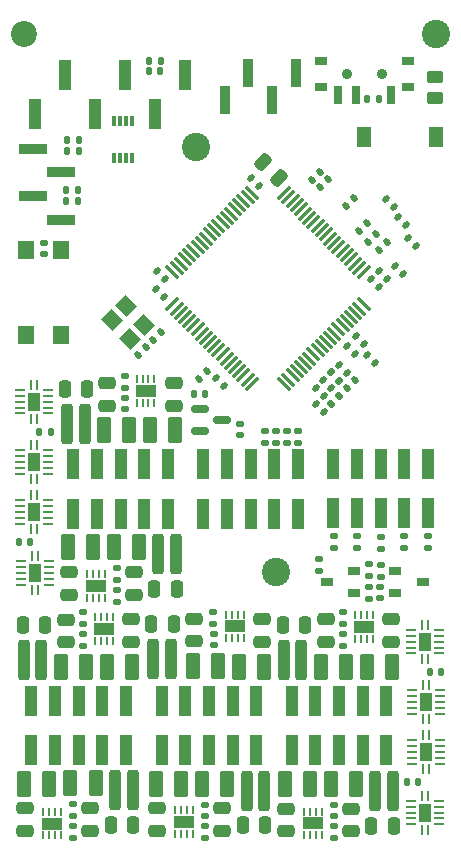
<source format=gbr>
%TF.GenerationSoftware,KiCad,Pcbnew,9.0.0*%
%TF.CreationDate,2025-03-08T21:49:25+01:00*%
%TF.ProjectId,NPulse_v4,4e50756c-7365-45f7-9634-2e6b69636164,rev?*%
%TF.SameCoordinates,Original*%
%TF.FileFunction,Soldermask,Top*%
%TF.FilePolarity,Negative*%
%FSLAX46Y46*%
G04 Gerber Fmt 4.6, Leading zero omitted, Abs format (unit mm)*
G04 Created by KiCad (PCBNEW 9.0.0) date 2025-03-08 21:49:25*
%MOMM*%
%LPD*%
G01*
G04 APERTURE LIST*
G04 Aperture macros list*
%AMRoundRect*
0 Rectangle with rounded corners*
0 $1 Rounding radius*
0 $2 $3 $4 $5 $6 $7 $8 $9 X,Y pos of 4 corners*
0 Add a 4 corners polygon primitive as box body*
4,1,4,$2,$3,$4,$5,$6,$7,$8,$9,$2,$3,0*
0 Add four circle primitives for the rounded corners*
1,1,$1+$1,$2,$3*
1,1,$1+$1,$4,$5*
1,1,$1+$1,$6,$7*
1,1,$1+$1,$8,$9*
0 Add four rect primitives between the rounded corners*
20,1,$1+$1,$2,$3,$4,$5,0*
20,1,$1+$1,$4,$5,$6,$7,0*
20,1,$1+$1,$6,$7,$8,$9,0*
20,1,$1+$1,$8,$9,$2,$3,0*%
%AMRotRect*
0 Rectangle, with rotation*
0 The origin of the aperture is its center*
0 $1 length*
0 $2 width*
0 $3 Rotation angle, in degrees counterclockwise*
0 Add horizontal line*
21,1,$1,$2,0,0,$3*%
G04 Aperture macros list end*
%ADD10RoundRect,0.250000X-0.250000X-1.450000X0.250000X-1.450000X0.250000X1.450000X-0.250000X1.450000X0*%
%ADD11RoundRect,0.135000X0.185000X-0.135000X0.185000X0.135000X-0.185000X0.135000X-0.185000X-0.135000X0*%
%ADD12R,1.000000X2.580000*%
%ADD13RotRect,1.400000X1.200000X135.000000*%
%ADD14RoundRect,0.140000X0.021213X-0.219203X0.219203X-0.021213X-0.021213X0.219203X-0.219203X0.021213X0*%
%ADD15RoundRect,0.140000X-0.219203X-0.021213X-0.021213X-0.219203X0.219203X0.021213X0.021213X0.219203X0*%
%ADD16RoundRect,0.140000X0.219203X0.021213X0.021213X0.219203X-0.219203X-0.021213X-0.021213X-0.219203X0*%
%ADD17R,0.279400X0.711200*%
%ADD18R,1.701800X0.990600*%
%ADD19RoundRect,0.250000X0.475000X-0.250000X0.475000X0.250000X-0.475000X0.250000X-0.475000X-0.250000X0*%
%ADD20RoundRect,0.140000X0.170000X-0.140000X0.170000X0.140000X-0.170000X0.140000X-0.170000X-0.140000X0*%
%ADD21RoundRect,0.135000X-0.185000X0.135000X-0.185000X-0.135000X0.185000X-0.135000X0.185000X0.135000X0*%
%ADD22RoundRect,0.250000X0.375000X0.850000X-0.375000X0.850000X-0.375000X-0.850000X0.375000X-0.850000X0*%
%ADD23R,1.000000X2.510000*%
%ADD24RoundRect,0.135000X-0.135000X-0.185000X0.135000X-0.185000X0.135000X0.185000X-0.135000X0.185000X0*%
%ADD25RoundRect,0.250000X-0.250000X-0.475000X0.250000X-0.475000X0.250000X0.475000X-0.250000X0.475000X0*%
%ADD26RoundRect,0.140000X0.140000X0.170000X-0.140000X0.170000X-0.140000X-0.170000X0.140000X-0.170000X0*%
%ADD27RoundRect,0.140000X-0.140000X-0.170000X0.140000X-0.170000X0.140000X0.170000X-0.140000X0.170000X0*%
%ADD28RoundRect,0.062500X-0.062500X-0.350000X0.062500X-0.350000X0.062500X0.350000X-0.062500X0.350000X0*%
%ADD29RoundRect,0.062500X-0.350000X-0.062500X0.350000X-0.062500X0.350000X0.062500X-0.350000X0.062500X0*%
%ADD30R,1.000000X1.500000*%
%ADD31RoundRect,0.062500X0.062500X0.350000X-0.062500X0.350000X-0.062500X-0.350000X0.062500X-0.350000X0*%
%ADD32RoundRect,0.062500X0.350000X0.062500X-0.350000X0.062500X-0.350000X-0.062500X0.350000X-0.062500X0*%
%ADD33RoundRect,0.250000X0.450000X-0.262500X0.450000X0.262500X-0.450000X0.262500X-0.450000X-0.262500X0*%
%ADD34RoundRect,0.250000X-0.475000X0.250000X-0.475000X-0.250000X0.475000X-0.250000X0.475000X0.250000X0*%
%ADD35R,0.850000X2.350000*%
%ADD36RoundRect,0.062500X-0.433103X-0.521491X0.521491X0.433103X0.433103X0.521491X-0.521491X-0.433103X0*%
%ADD37RoundRect,0.062500X0.433103X-0.521491X0.521491X-0.433103X-0.433103X0.521491X-0.521491X0.433103X0*%
%ADD38RoundRect,0.250000X-0.375000X-0.850000X0.375000X-0.850000X0.375000X0.850000X-0.375000X0.850000X0*%
%ADD39RoundRect,0.250000X0.250000X0.475000X-0.250000X0.475000X-0.250000X-0.475000X0.250000X-0.475000X0*%
%ADD40RoundRect,0.140000X-0.021213X0.219203X-0.219203X0.021213X0.021213X-0.219203X0.219203X-0.021213X0*%
%ADD41RoundRect,0.140000X-0.170000X0.140000X-0.170000X-0.140000X0.170000X-0.140000X0.170000X0.140000X0*%
%ADD42R,1.050000X0.700000*%
%ADD43R,1.300000X1.800000*%
%ADD44RoundRect,0.250000X0.250000X1.450000X-0.250000X1.450000X-0.250000X-1.450000X0.250000X-1.450000X0*%
%ADD45R,1.000000X0.800000*%
%ADD46C,0.900000*%
%ADD47R,0.700000X1.500000*%
%ADD48R,0.300000X0.850000*%
%ADD49RoundRect,0.250000X-0.512652X-0.159099X-0.159099X-0.512652X0.512652X0.159099X0.159099X0.512652X0*%
%ADD50RoundRect,0.150000X-0.587500X-0.150000X0.587500X-0.150000X0.587500X0.150000X-0.587500X0.150000X0*%
%ADD51RoundRect,0.135000X0.135000X0.185000X-0.135000X0.185000X-0.135000X-0.185000X0.135000X-0.185000X0*%
%ADD52R,1.000000X0.700000*%
%ADD53C,2.400000*%
%ADD54R,1.400000X1.600000*%
%ADD55RoundRect,0.147500X-0.017678X0.226274X-0.226274X0.017678X0.017678X-0.226274X0.226274X-0.017678X0*%
%ADD56C,2.200000*%
%ADD57RoundRect,0.135000X0.226274X0.035355X0.035355X0.226274X-0.226274X-0.035355X-0.035355X-0.226274X0*%
%ADD58R,2.350000X0.850000*%
G04 APERTURE END LIST*
D10*
%TO.C,R32*%
X163500901Y-131605403D03*
X165000901Y-131605403D03*
%TD*%
D11*
%TO.C,R19*%
X187990000Y-111149999D03*
X187990000Y-110130001D03*
%TD*%
D12*
%TO.C,J7*%
X175475903Y-124045400D03*
X175475903Y-128215402D03*
X173475903Y-124045401D03*
X173475903Y-128215401D03*
X171475903Y-124045400D03*
X171475903Y-128215402D03*
X169475903Y-124045401D03*
X169475903Y-128215401D03*
X167475903Y-124045400D03*
X167475903Y-128215402D03*
%TD*%
D13*
%TO.C,Y1*%
X166003858Y-92201777D03*
X164448223Y-90646142D03*
X163246142Y-91848223D03*
X164801777Y-93403858D03*
%TD*%
D14*
%TO.C,C15*%
X165471777Y-94808224D03*
X166150599Y-94129402D03*
%TD*%
D15*
%TO.C,C47*%
X183960589Y-93140589D03*
X184639411Y-93819411D03*
%TD*%
D16*
%TO.C,C21*%
X187869411Y-87909411D03*
X187190589Y-87230589D03*
%TD*%
D17*
%TO.C,IC2*%
X181005902Y-133441302D03*
X180505901Y-133441302D03*
X180005901Y-133441302D03*
X179505900Y-133441302D03*
X179505900Y-135447902D03*
X180005901Y-135447902D03*
X180505901Y-135447902D03*
X181005902Y-135447902D03*
D18*
X180255901Y-134444602D03*
%TD*%
D19*
%TO.C,C34*%
X168520001Y-99069999D03*
X168520001Y-97170001D03*
%TD*%
D20*
%TO.C,C49*%
X171145900Y-133805404D03*
X171145900Y-132845404D03*
%TD*%
D11*
%TO.C,R17*%
X184000000Y-111149999D03*
X184000000Y-110130001D03*
%TD*%
D21*
%TO.C,R34*%
X160775899Y-116565401D03*
X160775899Y-117585399D03*
%TD*%
D16*
%TO.C,C2*%
X167790000Y-88340000D03*
X167111178Y-87661178D03*
%TD*%
D10*
%TO.C,R23*%
X185570000Y-131685402D03*
X187070000Y-131685402D03*
%TD*%
D22*
%TO.C,L11*%
X169135902Y-131065403D03*
X166985902Y-131065403D03*
%TD*%
D11*
%TO.C,R18*%
X186010000Y-111169999D03*
X186010000Y-110150001D03*
%TD*%
D15*
%TO.C,C35*%
X183120589Y-93980589D03*
X183799411Y-94659411D03*
%TD*%
D23*
%TO.C,J3*%
X169460000Y-71075000D03*
X166920000Y-74385000D03*
X164380000Y-71075000D03*
X161840000Y-74385000D03*
X159300000Y-71075000D03*
X156760000Y-74385000D03*
%TD*%
D24*
%TO.C,R12*%
X159470001Y-77480000D03*
X160489999Y-77480000D03*
%TD*%
D14*
%TO.C,C7*%
X183090589Y-82199411D03*
X183769411Y-81520589D03*
%TD*%
D25*
%TO.C,C38*%
X177725901Y-117635399D03*
X179625899Y-117635399D03*
%TD*%
D21*
%TO.C,R5*%
X179005000Y-101195000D03*
X179005000Y-102214998D03*
%TD*%
D15*
%TO.C,C36*%
X188300589Y-84850589D03*
X188979411Y-85529411D03*
%TD*%
D12*
%TO.C,J6*%
X164435901Y-124035398D03*
X164435901Y-128205400D03*
X162435901Y-124035399D03*
X162435901Y-128205399D03*
X160435901Y-124035398D03*
X160435901Y-128205400D03*
X158435901Y-124035399D03*
X158435901Y-128205399D03*
X156435901Y-124035398D03*
X156435901Y-128205400D03*
%TD*%
D26*
%TO.C,C44*%
X156320000Y-110630000D03*
X155360000Y-110630000D03*
%TD*%
D11*
%TO.C,R16*%
X182020000Y-111159999D03*
X182020000Y-110140001D03*
%TD*%
D22*
%TO.C,L14*%
X161055901Y-121175401D03*
X158905901Y-121175401D03*
%TD*%
D12*
%TO.C,J5*%
X182000000Y-108190002D03*
X182000000Y-104020000D03*
X184000000Y-108190001D03*
X184000000Y-104020001D03*
X186000000Y-108190002D03*
X186000000Y-104020000D03*
X188000000Y-108190001D03*
X188000000Y-104020001D03*
X190000000Y-108190002D03*
X190000000Y-104020000D03*
%TD*%
D19*
%TO.C,C70*%
X164860000Y-119069999D03*
X164860000Y-117170001D03*
%TD*%
%TO.C,C66*%
X159325898Y-119075401D03*
X159325898Y-117175403D03*
%TD*%
D14*
%TO.C,C9*%
X183130589Y-97579411D03*
X183809411Y-96900589D03*
%TD*%
D27*
%TO.C,C32*%
X157100000Y-101290000D03*
X158060000Y-101290000D03*
%TD*%
D11*
%TO.C,R10*%
X185060000Y-113529999D03*
X185060000Y-112510001D03*
%TD*%
D22*
%TO.C,L13*%
X172255903Y-121135404D03*
X170105903Y-121135404D03*
%TD*%
D28*
%TO.C,U2*%
X189480000Y-132080000D03*
D29*
X188542500Y-132517500D03*
X188542500Y-133017500D03*
X188542500Y-133517500D03*
X188542500Y-134017500D03*
X188542500Y-134517500D03*
D28*
X189480000Y-134955000D03*
X189980000Y-134955000D03*
D29*
X190917500Y-134517500D03*
X190917500Y-134017500D03*
X190917500Y-133517500D03*
X190917500Y-133017500D03*
X190917500Y-132517500D03*
D28*
X189980000Y-132080000D03*
D30*
X189730000Y-133517500D03*
%TD*%
D31*
%TO.C,U9*%
X156930737Y-109491903D03*
D32*
X157868237Y-109054403D03*
X157868237Y-108554403D03*
X157868237Y-108054403D03*
X157868237Y-107554403D03*
X157868237Y-107054403D03*
D31*
X156930737Y-106616903D03*
X156430737Y-106616903D03*
D32*
X155493237Y-107054403D03*
X155493237Y-107554403D03*
X155493237Y-108054403D03*
X155493237Y-108554403D03*
X155493237Y-109054403D03*
D31*
X156430737Y-109491903D03*
D30*
X156680737Y-108054403D03*
%TD*%
D33*
%TO.C,R13*%
X190600000Y-73037500D03*
X190600000Y-71212500D03*
%TD*%
D34*
%TO.C,C42*%
X165120001Y-113159999D03*
X165120001Y-115059997D03*
%TD*%
D21*
%TO.C,R3*%
X177115000Y-101215001D03*
X177115000Y-102234999D03*
%TD*%
D35*
%TO.C,J2*%
X172800000Y-73225000D03*
X174800000Y-70875000D03*
X176800000Y-73225000D03*
X178800000Y-70875000D03*
%TD*%
D36*
%TO.C,U1*%
X168382466Y-90490019D03*
X168736020Y-90843573D03*
X169089573Y-91197126D03*
X169443126Y-91550680D03*
X169796680Y-91904233D03*
X170150233Y-92257786D03*
X170503787Y-92611340D03*
X170857340Y-92964893D03*
X171210893Y-93318447D03*
X171564447Y-93672000D03*
X171918000Y-94025553D03*
X172271553Y-94379107D03*
X172625107Y-94732660D03*
X172978660Y-95086213D03*
X173332214Y-95439767D03*
X173685767Y-95793320D03*
X174039320Y-96146874D03*
X174392874Y-96500427D03*
X174746427Y-96853980D03*
X175099981Y-97207534D03*
D37*
X177840019Y-97207534D03*
X178193573Y-96853980D03*
X178547126Y-96500427D03*
X178900680Y-96146874D03*
X179254233Y-95793320D03*
X179607786Y-95439767D03*
X179961340Y-95086213D03*
X180314893Y-94732660D03*
X180668447Y-94379107D03*
X181022000Y-94025553D03*
X181375553Y-93672000D03*
X181729107Y-93318447D03*
X182082660Y-92964893D03*
X182436213Y-92611340D03*
X182789767Y-92257786D03*
X183143320Y-91904233D03*
X183496874Y-91550680D03*
X183850427Y-91197126D03*
X184203980Y-90843573D03*
X184557534Y-90490019D03*
D36*
X184557534Y-87749981D03*
X184203980Y-87396427D03*
X183850427Y-87042874D03*
X183496874Y-86689320D03*
X183143320Y-86335767D03*
X182789767Y-85982214D03*
X182436213Y-85628660D03*
X182082660Y-85275107D03*
X181729107Y-84921553D03*
X181375553Y-84568000D03*
X181022000Y-84214447D03*
X180668447Y-83860893D03*
X180314893Y-83507340D03*
X179961340Y-83153787D03*
X179607786Y-82800233D03*
X179254233Y-82446680D03*
X178900680Y-82093126D03*
X178547126Y-81739573D03*
X178193573Y-81386020D03*
X177840019Y-81032466D03*
D37*
X175099981Y-81032466D03*
X174746427Y-81386020D03*
X174392874Y-81739573D03*
X174039320Y-82093126D03*
X173685767Y-82446680D03*
X173332214Y-82800233D03*
X172978660Y-83153787D03*
X172625107Y-83507340D03*
X172271553Y-83860893D03*
X171918000Y-84214447D03*
X171564447Y-84568000D03*
X171210893Y-84921553D03*
X170857340Y-85275107D03*
X170503787Y-85628660D03*
X170150233Y-85982214D03*
X169796680Y-86335767D03*
X169443126Y-86689320D03*
X169089573Y-87042874D03*
X168736020Y-87396427D03*
X168382466Y-87749981D03*
%TD*%
D11*
%TO.C,R30*%
X159990901Y-135665401D03*
X159990901Y-134645403D03*
%TD*%
D14*
%TO.C,C59*%
X180865589Y-80589411D03*
X181544411Y-79910589D03*
%TD*%
D15*
%TO.C,C3*%
X175000589Y-79750589D03*
X175679411Y-80429411D03*
%TD*%
D38*
%TO.C,L7*%
X184840899Y-121165404D03*
X186990899Y-121165404D03*
%TD*%
D28*
%TO.C,U5*%
X156502500Y-111772500D03*
D29*
X155565000Y-112210000D03*
X155565000Y-112710000D03*
X155565000Y-113210000D03*
X155565000Y-113710000D03*
X155565000Y-114210000D03*
D28*
X156502500Y-114647500D03*
X157002500Y-114647500D03*
D29*
X157940000Y-114210000D03*
X157940000Y-113710000D03*
X157940000Y-113210000D03*
X157940000Y-112710000D03*
X157940000Y-112210000D03*
D28*
X157002500Y-111772500D03*
D30*
X156752500Y-113210000D03*
%TD*%
D12*
%TO.C,J9*%
X186485903Y-124045402D03*
X186485903Y-128215404D03*
X184485903Y-124045403D03*
X184485903Y-128215403D03*
X182485903Y-124045402D03*
X182485903Y-128215404D03*
X180485903Y-124045403D03*
X180485903Y-128215403D03*
X178485903Y-124045402D03*
X178485903Y-128215404D03*
%TD*%
D25*
%TO.C,C28*%
X159240739Y-97649998D03*
X161140737Y-97649998D03*
%TD*%
D39*
%TO.C,C26*%
X187125899Y-134615403D03*
X185225901Y-134615403D03*
%TD*%
D14*
%TO.C,C60*%
X180210000Y-79940000D03*
X180888822Y-79261178D03*
%TD*%
D11*
%TO.C,R6*%
X180810000Y-113039998D03*
X180810000Y-112020000D03*
%TD*%
D40*
%TO.C,C24*%
X184849411Y-83590589D03*
X184170589Y-84269411D03*
%TD*%
D22*
%TO.C,L8*%
X161644999Y-111059998D03*
X159494999Y-111059998D03*
%TD*%
D38*
%TO.C,L4*%
X166470000Y-101169999D03*
X168620000Y-101169999D03*
%TD*%
D17*
%TO.C,IC7*%
X158960902Y-133448803D03*
X158460901Y-133448803D03*
X157960901Y-133448803D03*
X157460900Y-133448803D03*
X157460900Y-135455403D03*
X157960901Y-135455403D03*
X158460901Y-135455403D03*
X158960902Y-135455403D03*
D18*
X158210901Y-134452103D03*
%TD*%
D41*
%TO.C,C27*%
X164330739Y-98419997D03*
X164330739Y-99379997D03*
%TD*%
D34*
%TO.C,C53*%
X172595902Y-133165403D03*
X172595902Y-135065401D03*
%TD*%
D40*
%TO.C,C18*%
X171329411Y-96170589D03*
X170650589Y-96849411D03*
%TD*%
D42*
%TO.C,Q1*%
X183780000Y-114940000D03*
X183780000Y-113040000D03*
X181480000Y-113990000D03*
%TD*%
D16*
%TO.C,C4*%
X167696909Y-89909408D03*
X167018087Y-89230586D03*
%TD*%
D43*
%TO.C,D1*%
X190700000Y-76325000D03*
X184600000Y-76325000D03*
%TD*%
D21*
%TO.C,R25*%
X182805901Y-116545403D03*
X182805901Y-117565401D03*
%TD*%
D10*
%TO.C,R31*%
X174665900Y-131665403D03*
X176165900Y-131665403D03*
%TD*%
D44*
%TO.C,R35*%
X168230000Y-120550000D03*
X166730000Y-120550000D03*
%TD*%
D24*
%TO.C,R14*%
X159390001Y-80825000D03*
X160409999Y-80825000D03*
%TD*%
D40*
%TO.C,C22*%
X186509411Y-85250589D03*
X185830589Y-85929411D03*
%TD*%
D17*
%TO.C,IC4*%
X183835896Y-118808703D03*
X184335897Y-118808703D03*
X184835897Y-118808703D03*
X185335898Y-118808703D03*
X185335898Y-116802103D03*
X184835897Y-116802103D03*
X184335897Y-116802103D03*
X183835896Y-116802103D03*
D18*
X184585897Y-117805403D03*
%TD*%
D11*
%TO.C,R20*%
X189990000Y-111159999D03*
X189990000Y-110140001D03*
%TD*%
D16*
%TO.C,C20*%
X186549411Y-88359411D03*
X185870589Y-87680589D03*
%TD*%
D45*
%TO.C,SW2*%
X188290000Y-72090000D03*
X188290000Y-69880000D03*
D46*
X186140000Y-70980000D03*
X183140000Y-70980000D03*
D45*
X180990000Y-72090000D03*
X180990000Y-69880000D03*
D47*
X186890000Y-72740000D03*
X183890000Y-72740000D03*
X182390000Y-72740000D03*
%TD*%
D48*
%TO.C,IC1*%
X163425000Y-78075000D03*
X163925000Y-78075000D03*
X164425000Y-78075000D03*
X164925000Y-78075000D03*
X164925000Y-74925000D03*
X164425000Y-74925000D03*
X163925000Y-74925000D03*
X163425000Y-74925000D03*
%TD*%
D19*
%TO.C,C65*%
X170230895Y-119025404D03*
X170230895Y-117125406D03*
%TD*%
D21*
%TO.C,R33*%
X171800000Y-116520001D03*
X171800000Y-117539999D03*
%TD*%
D15*
%TO.C,C72*%
X186431178Y-81561178D03*
X187110000Y-82240000D03*
%TD*%
D44*
%TO.C,R24*%
X160939999Y-100579998D03*
X159439999Y-100579998D03*
%TD*%
D17*
%TO.C,IC8*%
X172949998Y-118766600D03*
X173449999Y-118766600D03*
X173949999Y-118766600D03*
X174450000Y-118766600D03*
X174450000Y-116760000D03*
X173949999Y-116760000D03*
X173449999Y-116760000D03*
X172949998Y-116760000D03*
D18*
X173699999Y-117763300D03*
%TD*%
D20*
%TO.C,C39*%
X163659999Y-113799999D03*
X163659999Y-112839999D03*
%TD*%
%TO.C,C25*%
X182025903Y-133825404D03*
X182025903Y-132865404D03*
%TD*%
D19*
%TO.C,C69*%
X175990000Y-119059999D03*
X175990000Y-117160001D03*
%TD*%
D49*
%TO.C,C1*%
X176078249Y-78478249D03*
X177421751Y-79821751D03*
%TD*%
D31*
%TO.C,U3*%
X156882500Y-100167500D03*
D32*
X157820000Y-99730000D03*
X157820000Y-99230000D03*
X157820000Y-98730000D03*
X157820000Y-98230000D03*
X157820000Y-97730000D03*
D31*
X156882500Y-97292500D03*
X156382500Y-97292500D03*
D32*
X155445000Y-97730000D03*
X155445000Y-98230000D03*
X155445000Y-98730000D03*
X155445000Y-99230000D03*
X155445000Y-99730000D03*
D31*
X156382500Y-100167500D03*
D30*
X156632500Y-98730000D03*
%TD*%
D50*
%TO.C,U10*%
X170735000Y-99330000D03*
X170735000Y-101230000D03*
X172610000Y-100280000D03*
%TD*%
D11*
%TO.C,R26*%
X163670001Y-115669998D03*
X163670001Y-114650000D03*
%TD*%
D27*
%TO.C,C43*%
X190190000Y-121610000D03*
X191150000Y-121610000D03*
%TD*%
D51*
%TO.C,R9*%
X185884999Y-73125000D03*
X184865001Y-73125000D03*
%TD*%
D34*
%TO.C,C33*%
X177965898Y-133175402D03*
X177965898Y-135075400D03*
%TD*%
D21*
%TO.C,R22*%
X164320737Y-96549998D03*
X164320737Y-97569996D03*
%TD*%
D12*
%TO.C,J10*%
X171000000Y-108200001D03*
X171000000Y-104029999D03*
X173000000Y-108200000D03*
X173000000Y-104030000D03*
X175000000Y-108200001D03*
X175000000Y-104029999D03*
X177000000Y-108200000D03*
X177000000Y-104030000D03*
X179000000Y-108200001D03*
X179000000Y-104029999D03*
%TD*%
D52*
%TO.C,Q2*%
X187190000Y-113069999D03*
X187190000Y-114969999D03*
X189590001Y-114019999D03*
%TD*%
D44*
%TO.C,R36*%
X157275897Y-120575401D03*
X155775897Y-120575401D03*
%TD*%
D12*
%TO.C,J8*%
X159989998Y-108205000D03*
X159989998Y-104034998D03*
X161989998Y-108204999D03*
X161989998Y-104034999D03*
X163989998Y-108205000D03*
X163989998Y-104034998D03*
X165989998Y-108204999D03*
X165989998Y-104034999D03*
X167989998Y-108205000D03*
X167989998Y-104034998D03*
%TD*%
D25*
%TO.C,C62*%
X166590000Y-117585403D03*
X168489998Y-117585403D03*
%TD*%
D10*
%TO.C,R28*%
X167169999Y-111660000D03*
X168669999Y-111660000D03*
%TD*%
D41*
%TO.C,C63*%
X160785895Y-118435402D03*
X160785895Y-119395402D03*
%TD*%
D53*
%TO.C,H2*%
X190710000Y-67620000D03*
%TD*%
D26*
%TO.C,C16*%
X167355000Y-70775000D03*
X166395000Y-70775000D03*
%TD*%
D22*
%TO.C,L12*%
X157965903Y-131065403D03*
X155815903Y-131065403D03*
%TD*%
D26*
%TO.C,C19*%
X160452182Y-76546447D03*
X159492182Y-76546447D03*
%TD*%
D21*
%TO.C,R2*%
X176175000Y-101215001D03*
X176175000Y-102234999D03*
%TD*%
D34*
%TO.C,C57*%
X167085900Y-133170000D03*
X167085900Y-135069998D03*
%TD*%
D40*
%TO.C,C23*%
X185589411Y-84510589D03*
X184910589Y-85189411D03*
%TD*%
D17*
%TO.C,IC5*%
X162640737Y-113351104D03*
X162140736Y-113351104D03*
X161640736Y-113351104D03*
X161140735Y-113351104D03*
X161140735Y-115357704D03*
X161640736Y-115357704D03*
X162140736Y-115357704D03*
X162640737Y-115357704D03*
D18*
X161890736Y-114354404D03*
%TD*%
D44*
%TO.C,R27*%
X179295902Y-120565402D03*
X177795902Y-120565402D03*
%TD*%
D34*
%TO.C,C46*%
X159599999Y-113159998D03*
X159599999Y-115059996D03*
%TD*%
D54*
%TO.C,SW1*%
X158950000Y-85890000D03*
X158950000Y-93090000D03*
X155950000Y-85890000D03*
X155950000Y-93090000D03*
%TD*%
D15*
%TO.C,C48*%
X187461178Y-83111178D03*
X188140000Y-83790000D03*
%TD*%
D38*
%TO.C,L16*%
X162810000Y-121175401D03*
X164960000Y-121175401D03*
%TD*%
D16*
%TO.C,C10*%
X181189411Y-99599411D03*
X180510589Y-98920589D03*
%TD*%
D41*
%TO.C,C17*%
X185980000Y-114429999D03*
X185980000Y-115389999D03*
%TD*%
D15*
%TO.C,C11*%
X180501178Y-97581178D03*
X181180000Y-98260000D03*
%TD*%
D21*
%TO.C,R7*%
X186000000Y-112530001D03*
X186000000Y-113549999D03*
%TD*%
D41*
%TO.C,C37*%
X182815898Y-118415403D03*
X182815898Y-119375403D03*
%TD*%
D20*
%TO.C,C51*%
X159980901Y-133795402D03*
X159980901Y-132835402D03*
%TD*%
D16*
%TO.C,C5*%
X172725000Y-97403822D03*
X172046178Y-96725000D03*
%TD*%
D26*
%TO.C,C55*%
X171142500Y-98110000D03*
X170182500Y-98110000D03*
%TD*%
D19*
%TO.C,C30*%
X162870737Y-99069996D03*
X162870737Y-97169998D03*
%TD*%
D53*
%TO.C,H4*%
X177170000Y-113150000D03*
%TD*%
D25*
%TO.C,C64*%
X155685905Y-117635401D03*
X157585903Y-117635401D03*
%TD*%
D38*
%TO.C,L1*%
X181790899Y-131080404D03*
X183940899Y-131080404D03*
%TD*%
D22*
%TO.C,L3*%
X180020903Y-131075403D03*
X177870903Y-131075403D03*
%TD*%
D38*
%TO.C,L6*%
X163395000Y-111059999D03*
X165545000Y-111059999D03*
%TD*%
D39*
%TO.C,C50*%
X176235900Y-134595405D03*
X174335902Y-134595405D03*
%TD*%
D15*
%TO.C,C12*%
X181150589Y-96910589D03*
X181829411Y-97589411D03*
%TD*%
D21*
%TO.C,R4*%
X178055000Y-101205001D03*
X178055000Y-102224999D03*
%TD*%
D11*
%TO.C,R21*%
X182035900Y-135695404D03*
X182035900Y-134675406D03*
%TD*%
D17*
%TO.C,IC6*%
X170125902Y-133331303D03*
X169625901Y-133331303D03*
X169125901Y-133331303D03*
X168625900Y-133331303D03*
X168625900Y-135337903D03*
X169125901Y-135337903D03*
X169625901Y-135337903D03*
X170125902Y-135337903D03*
D18*
X169375901Y-134334603D03*
%TD*%
D38*
%TO.C,L9*%
X170885901Y-131065402D03*
X173035901Y-131065402D03*
%TD*%
D55*
%TO.C,FB1*%
X182512947Y-98217053D03*
X181827053Y-98902947D03*
%TD*%
D11*
%TO.C,R29*%
X171145899Y-135675402D03*
X171145899Y-134655404D03*
%TD*%
D15*
%TO.C,C8*%
X182470589Y-95590589D03*
X183149411Y-96269411D03*
%TD*%
D38*
%TO.C,L10*%
X159715903Y-131055404D03*
X161865903Y-131055404D03*
%TD*%
D41*
%TO.C,C61*%
X171910899Y-118395404D03*
X171910899Y-119355404D03*
%TD*%
D34*
%TO.C,C58*%
X155920900Y-133165403D03*
X155920900Y-135065401D03*
%TD*%
D21*
%TO.C,R8*%
X185040000Y-114380001D03*
X185040000Y-115399999D03*
%TD*%
D34*
%TO.C,C29*%
X183490000Y-133195402D03*
X183490000Y-135095400D03*
%TD*%
D15*
%TO.C,C6*%
X185218086Y-88330582D03*
X185896908Y-89009404D03*
%TD*%
D39*
%TO.C,C40*%
X168759998Y-114600000D03*
X166860000Y-114600000D03*
%TD*%
D28*
%TO.C,U8*%
X189562500Y-122742500D03*
D29*
X188625000Y-123180000D03*
X188625000Y-123680000D03*
X188625000Y-124180000D03*
X188625000Y-124680000D03*
X188625000Y-125180000D03*
D28*
X189562500Y-125617500D03*
X190062500Y-125617500D03*
D29*
X191000000Y-125180000D03*
X191000000Y-124680000D03*
X191000000Y-124180000D03*
X191000000Y-123680000D03*
X191000000Y-123180000D03*
D28*
X190062500Y-122742500D03*
D30*
X189812500Y-124180000D03*
%TD*%
D28*
%TO.C,U7*%
X156432500Y-102412500D03*
D29*
X155495000Y-102850000D03*
X155495000Y-103350000D03*
X155495000Y-103850000D03*
X155495000Y-104350000D03*
X155495000Y-104850000D03*
D28*
X156432500Y-105287500D03*
X156932500Y-105287500D03*
D29*
X157870000Y-104850000D03*
X157870000Y-104350000D03*
X157870000Y-103850000D03*
X157870000Y-103350000D03*
X157870000Y-102850000D03*
D28*
X156932500Y-102412500D03*
D30*
X156682500Y-103850000D03*
%TD*%
D39*
%TO.C,C52*%
X165070894Y-134535402D03*
X163170896Y-134535402D03*
%TD*%
D26*
%TO.C,C31*%
X189210000Y-130950000D03*
X188250000Y-130950000D03*
%TD*%
D17*
%TO.C,IC3*%
X165350736Y-98807704D03*
X165850737Y-98807704D03*
X166350737Y-98807704D03*
X166850738Y-98807704D03*
X166850738Y-96801104D03*
X166350737Y-96801104D03*
X165850737Y-96801104D03*
X165350736Y-96801104D03*
D18*
X166100737Y-97804404D03*
%TD*%
D22*
%TO.C,L5*%
X183085898Y-121160403D03*
X180935898Y-121160403D03*
%TD*%
D56*
%TO.C,H5*%
X155810000Y-67640000D03*
%TD*%
D53*
%TO.C,H1*%
X170390000Y-77160000D03*
%TD*%
D22*
%TO.C,L2*%
X164715000Y-101169999D03*
X162565000Y-101169999D03*
%TD*%
D15*
%TO.C,C71*%
X184870589Y-94810589D03*
X185549411Y-95489411D03*
%TD*%
D24*
%TO.C,R15*%
X159390001Y-81775000D03*
X160409999Y-81775000D03*
%TD*%
%TO.C,R11*%
X166365001Y-69850000D03*
X167384999Y-69850000D03*
%TD*%
D31*
%TO.C,U6*%
X190065903Y-129825402D03*
D32*
X191003403Y-129387902D03*
X191003403Y-128887902D03*
X191003403Y-128387902D03*
X191003403Y-127887902D03*
X191003403Y-127387902D03*
D31*
X190065903Y-126950402D03*
X189565903Y-126950402D03*
D32*
X188628403Y-127387902D03*
X188628403Y-127887902D03*
X188628403Y-128387902D03*
X188628403Y-128887902D03*
X188628403Y-129387902D03*
D31*
X189565903Y-129825402D03*
D30*
X189815903Y-128387902D03*
%TD*%
D19*
%TO.C,C41*%
X181355901Y-119055402D03*
X181355901Y-117155404D03*
%TD*%
D20*
%TO.C,C13*%
X157500000Y-86230000D03*
X157500000Y-85270000D03*
%TD*%
D34*
%TO.C,C54*%
X161440902Y-133155404D03*
X161440902Y-135055402D03*
%TD*%
D57*
%TO.C,R1*%
X182510624Y-96950624D03*
X181789376Y-96229376D03*
%TD*%
D20*
%TO.C,C56*%
X174062500Y-101550000D03*
X174062500Y-100590000D03*
%TD*%
D19*
%TO.C,C45*%
X186875899Y-119065399D03*
X186875899Y-117165401D03*
%TD*%
D58*
%TO.C,J4*%
X158925000Y-83325000D03*
X156575000Y-81325000D03*
X158925000Y-79325000D03*
X156575000Y-77325000D03*
%TD*%
D40*
%TO.C,C14*%
X167443821Y-92846180D03*
X166764999Y-93525002D03*
%TD*%
D38*
%TO.C,L15*%
X174010000Y-121165402D03*
X176160000Y-121165402D03*
%TD*%
D31*
%TO.C,U4*%
X189982500Y-120487500D03*
D32*
X190920000Y-120050000D03*
X190920000Y-119550000D03*
X190920000Y-119050000D03*
X190920000Y-118550000D03*
X190920000Y-118050000D03*
D31*
X189982500Y-117612500D03*
X189482500Y-117612500D03*
D32*
X188545000Y-118050000D03*
X188545000Y-118550000D03*
X188545000Y-119050000D03*
X188545000Y-119550000D03*
X188545000Y-120050000D03*
D31*
X189482500Y-120487500D03*
D30*
X189732500Y-119050000D03*
%TD*%
D17*
%TO.C,IC9*%
X161809998Y-118956600D03*
X162309999Y-118956600D03*
X162809999Y-118956600D03*
X163310000Y-118956600D03*
X163310000Y-116950000D03*
X162809999Y-116950000D03*
X162309999Y-116950000D03*
X161809998Y-116950000D03*
D18*
X162559999Y-117953300D03*
%TD*%
M02*

</source>
